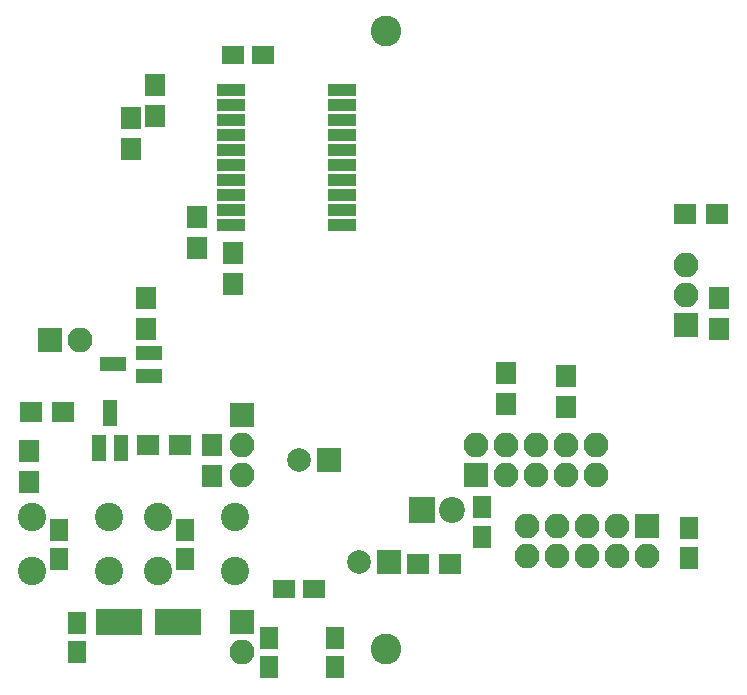
<source format=gbr>
G04 #@! TF.FileFunction,Soldermask,Bot*
%FSLAX46Y46*%
G04 Gerber Fmt 4.6, Leading zero omitted, Abs format (unit mm)*
G04 Created by KiCad (PCBNEW 4.0.5) date 04/19/18 13:19:11*
%MOMM*%
%LPD*%
G01*
G04 APERTURE LIST*
%ADD10C,0.100000*%
%ADD11R,1.650000X1.900000*%
%ADD12R,1.900000X1.650000*%
%ADD13R,2.000000X2.000000*%
%ADD14C,2.000000*%
%ADD15R,3.900000X2.200000*%
%ADD16R,2.200000X2.200000*%
%ADD17C,2.200000*%
%ADD18R,2.350000X1.000000*%
%ADD19R,2.100000X2.100000*%
%ADD20O,2.100000X2.100000*%
%ADD21R,1.200000X2.300000*%
%ADD22R,2.300000X1.200000*%
%ADD23R,1.700000X1.900000*%
%ADD24R,1.900000X1.700000*%
%ADD25C,2.400000*%
%ADD26C,2.600000*%
G04 APERTURE END LIST*
D10*
D11*
X137414000Y-125496000D03*
X137414000Y-127996000D03*
D12*
X136886000Y-76200000D03*
X134386000Y-76200000D03*
D11*
X143002000Y-125496000D03*
X143002000Y-127996000D03*
X121158000Y-124226000D03*
X121158000Y-126726000D03*
D12*
X138704000Y-121412000D03*
X141204000Y-121412000D03*
D11*
X172974000Y-118725000D03*
X172974000Y-116225000D03*
X155448000Y-114447000D03*
X155448000Y-116947000D03*
D13*
X147574000Y-119126000D03*
D14*
X145074000Y-119126000D03*
D13*
X142494000Y-110490000D03*
D14*
X139994000Y-110490000D03*
D11*
X119634000Y-116352000D03*
X119634000Y-118852000D03*
X130302000Y-116352000D03*
X130302000Y-118852000D03*
D15*
X124754000Y-124206000D03*
X129754000Y-124206000D03*
D16*
X150368000Y-114681000D03*
D17*
X152908000Y-114681000D03*
D18*
X134238000Y-90551000D03*
X134238000Y-89281000D03*
X134238000Y-88011000D03*
X134238000Y-86741000D03*
X134238000Y-85471000D03*
X134238000Y-84201000D03*
X134238000Y-82931000D03*
X134238000Y-81661000D03*
X134238000Y-80391000D03*
X134238000Y-79121000D03*
X143638000Y-79121000D03*
X143638000Y-80391000D03*
X143638000Y-81661000D03*
X143638000Y-82931000D03*
X143638000Y-84201000D03*
X143638000Y-85471000D03*
X143638000Y-86741000D03*
X143638000Y-88011000D03*
X143638000Y-89281000D03*
X143638000Y-90551000D03*
D19*
X135128000Y-124206000D03*
D20*
X135128000Y-126746000D03*
D19*
X154940000Y-111760000D03*
D20*
X154940000Y-109220000D03*
X157480000Y-111760000D03*
X157480000Y-109220000D03*
X160020000Y-111760000D03*
X160020000Y-109220000D03*
X162560000Y-111760000D03*
X162560000Y-109220000D03*
X165100000Y-111760000D03*
X165100000Y-109220000D03*
D19*
X172720000Y-99060000D03*
D20*
X172720000Y-96520000D03*
X172720000Y-93980000D03*
X135128000Y-111760000D03*
D19*
X135128000Y-106680000D03*
D20*
X135128000Y-109220000D03*
D19*
X118872000Y-100330000D03*
D20*
X121412000Y-100330000D03*
D21*
X124902000Y-109450000D03*
X123002000Y-109450000D03*
X123952000Y-106450000D03*
D22*
X127230000Y-101412000D03*
X127230000Y-103312000D03*
X124230000Y-102362000D03*
D23*
X125730000Y-81454000D03*
X125730000Y-84154000D03*
X127762000Y-78660000D03*
X127762000Y-81360000D03*
X157480000Y-105744000D03*
X157480000Y-103044000D03*
X131318000Y-92536000D03*
X131318000Y-89836000D03*
X134366000Y-95584000D03*
X134366000Y-92884000D03*
D24*
X119968000Y-106426000D03*
X117268000Y-106426000D03*
D23*
X162560000Y-105998000D03*
X162560000Y-103298000D03*
D24*
X175340000Y-89662000D03*
X172640000Y-89662000D03*
X129874000Y-109220000D03*
X127174000Y-109220000D03*
D23*
X127000000Y-99394000D03*
X127000000Y-96694000D03*
X175514000Y-96694000D03*
X175514000Y-99394000D03*
X132588000Y-109140000D03*
X132588000Y-111840000D03*
X117094000Y-112348000D03*
X117094000Y-109648000D03*
D24*
X150034000Y-119253000D03*
X152734000Y-119253000D03*
D25*
X117348000Y-119816000D03*
X117348000Y-115316000D03*
X123848000Y-119816000D03*
X123848000Y-115316000D03*
X128016000Y-119816000D03*
X128016000Y-115316000D03*
X134516000Y-119816000D03*
X134516000Y-115316000D03*
D26*
X147320000Y-74168000D03*
X147320000Y-126492000D03*
D19*
X169418000Y-116078000D03*
D20*
X169418000Y-118618000D03*
X166878000Y-116078000D03*
X166878000Y-118618000D03*
X164338000Y-116078000D03*
X164338000Y-118618000D03*
X161798000Y-116078000D03*
X161798000Y-118618000D03*
X159258000Y-116078000D03*
X159258000Y-118618000D03*
M02*

</source>
